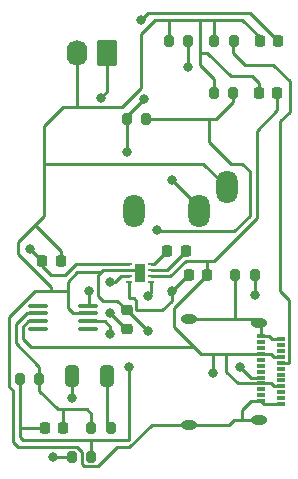
<source format=gbr>
%TF.GenerationSoftware,KiCad,Pcbnew,6.0.11-2627ca5db0~126~ubuntu20.04.1*%
%TF.CreationDate,2023-04-04T23:53:02+02:00*%
%TF.ProjectId,PCB chowndolo,50434220-6368-46f7-976e-646f6c6f2e6b,rev?*%
%TF.SameCoordinates,Original*%
%TF.FileFunction,Copper,L1,Top*%
%TF.FilePolarity,Positive*%
%FSLAX46Y46*%
G04 Gerber Fmt 4.6, Leading zero omitted, Abs format (unit mm)*
G04 Created by KiCad (PCBNEW 6.0.11-2627ca5db0~126~ubuntu20.04.1) date 2023-04-04 23:53:02*
%MOMM*%
%LPD*%
G01*
G04 APERTURE LIST*
G04 Aperture macros list*
%AMRoundRect*
0 Rectangle with rounded corners*
0 $1 Rounding radius*
0 $2 $3 $4 $5 $6 $7 $8 $9 X,Y pos of 4 corners*
0 Add a 4 corners polygon primitive as box body*
4,1,4,$2,$3,$4,$5,$6,$7,$8,$9,$2,$3,0*
0 Add four circle primitives for the rounded corners*
1,1,$1+$1,$2,$3*
1,1,$1+$1,$4,$5*
1,1,$1+$1,$6,$7*
1,1,$1+$1,$8,$9*
0 Add four rect primitives between the rounded corners*
20,1,$1+$1,$2,$3,$4,$5,0*
20,1,$1+$1,$4,$5,$6,$7,0*
20,1,$1+$1,$6,$7,$8,$9,0*
20,1,$1+$1,$8,$9,$2,$3,0*%
G04 Aperture macros list end*
%TA.AperFunction,SMDPad,CuDef*%
%ADD10RoundRect,0.225000X-0.225000X-0.250000X0.225000X-0.250000X0.225000X0.250000X-0.225000X0.250000X0*%
%TD*%
%TA.AperFunction,SMDPad,CuDef*%
%ADD11RoundRect,0.200000X0.200000X0.275000X-0.200000X0.275000X-0.200000X-0.275000X0.200000X-0.275000X0*%
%TD*%
%TA.AperFunction,SMDPad,CuDef*%
%ADD12RoundRect,0.225000X0.225000X0.250000X-0.225000X0.250000X-0.225000X-0.250000X0.225000X-0.250000X0*%
%TD*%
%TA.AperFunction,ComponentPad*%
%ADD13O,1.800000X2.800000*%
%TD*%
%TA.AperFunction,SMDPad,CuDef*%
%ADD14R,0.700000X0.300000*%
%TD*%
%TA.AperFunction,ComponentPad*%
%ADD15O,1.400000X0.800000*%
%TD*%
%TA.AperFunction,SMDPad,CuDef*%
%ADD16R,0.500000X0.250000*%
%TD*%
%TA.AperFunction,SMDPad,CuDef*%
%ADD17R,0.900000X1.600000*%
%TD*%
%TA.AperFunction,SMDPad,CuDef*%
%ADD18RoundRect,0.100000X0.712500X0.100000X-0.712500X0.100000X-0.712500X-0.100000X0.712500X-0.100000X0*%
%TD*%
%TA.AperFunction,ComponentPad*%
%ADD19RoundRect,0.250000X0.620000X0.845000X-0.620000X0.845000X-0.620000X-0.845000X0.620000X-0.845000X0*%
%TD*%
%TA.AperFunction,ComponentPad*%
%ADD20O,1.740000X2.190000*%
%TD*%
%TA.AperFunction,SMDPad,CuDef*%
%ADD21RoundRect,0.250000X0.325000X0.650000X-0.325000X0.650000X-0.325000X-0.650000X0.325000X-0.650000X0*%
%TD*%
%TA.AperFunction,SMDPad,CuDef*%
%ADD22RoundRect,0.225000X0.250000X-0.225000X0.250000X0.225000X-0.250000X0.225000X-0.250000X-0.225000X0*%
%TD*%
%TA.AperFunction,ViaPad*%
%ADD23C,0.800000*%
%TD*%
%TA.AperFunction,Conductor*%
%ADD24C,0.250000*%
%TD*%
G04 APERTURE END LIST*
D10*
%TO.P,C2,1*%
%TO.N,+5V*%
X123250000Y-85400000D03*
%TO.P,C2,2*%
%TO.N,GND*%
X124800000Y-85400000D03*
%TD*%
%TO.P,C3,1*%
%TO.N,Net-(C3-Pad1)*%
X133850000Y-84600000D03*
%TO.P,C3,2*%
%TO.N,Net-(C3-Pad2)*%
X135400000Y-84600000D03*
%TD*%
D11*
%TO.P,R3,1*%
%TO.N,Net-(C5-Pad1)*%
X127400000Y-102000000D03*
%TO.P,R3,2*%
%TO.N,/INPUT0*%
X125750000Y-102000000D03*
%TD*%
D12*
%TO.P,C8,1*%
%TO.N,+5V*%
X137200000Y-86600000D03*
%TO.P,C8,2*%
%TO.N,-5V*%
X135650000Y-86600000D03*
%TD*%
D13*
%TO.P,J3,R*%
%TO.N,N/C*%
X131000000Y-81200000D03*
%TO.P,J3,S*%
%TO.N,GND*%
X138900000Y-79200000D03*
%TO.P,J3,T*%
%TO.N,/OUTPUT0*%
X136500000Y-81200000D03*
%TD*%
D10*
%TO.P,C5,1*%
%TO.N,Net-(C5-Pad1)*%
X123450000Y-99600000D03*
%TO.P,C5,2*%
%TO.N,Net-(C5-Pad2)*%
X125000000Y-99600000D03*
%TD*%
D11*
%TO.P,R1,1*%
%TO.N,Net-(J1-PadA5)*%
X139450000Y-66800000D03*
%TO.P,R1,2*%
%TO.N,GND*%
X137800000Y-66800000D03*
%TD*%
D12*
%TO.P,C6,1*%
%TO.N,-5V*%
X143200000Y-66800000D03*
%TO.P,C6,2*%
%TO.N,GND*%
X141650000Y-66800000D03*
%TD*%
D11*
%TO.P,R7,1*%
%TO.N,Net-(C7-Pad1)*%
X129050000Y-99600000D03*
%TO.P,R7,2*%
%TO.N,Net-(C5-Pad2)*%
X127400000Y-99600000D03*
%TD*%
D14*
%TO.P,J1,A1,GND*%
%TO.N,GND*%
X143500000Y-92050000D03*
%TO.P,J1,A2,TX1+*%
%TO.N,unconnected-(J1-PadA2)*%
X143500000Y-92550000D03*
%TO.P,J1,A3,TX1-*%
%TO.N,unconnected-(J1-PadA3)*%
X143500000Y-93050000D03*
%TO.P,J1,A4,VBUS*%
%TO.N,+5V*%
X143500000Y-93550000D03*
%TO.P,J1,A5,CC1*%
%TO.N,Net-(J1-PadA5)*%
X143500000Y-94050000D03*
%TO.P,J1,A6,D+*%
%TO.N,unconnected-(J1-PadA6)*%
X143500000Y-94550000D03*
%TO.P,J1,A7,D-*%
%TO.N,unconnected-(J1-PadA7)*%
X143500000Y-95050000D03*
%TO.P,J1,A8,SBU1*%
%TO.N,unconnected-(J1-PadA8)*%
X143500000Y-95550000D03*
%TO.P,J1,A9,VBUS*%
%TO.N,+5V*%
X143500000Y-96050000D03*
%TO.P,J1,A10,RX2-*%
%TO.N,unconnected-(J1-PadA10)*%
X143500000Y-96550000D03*
%TO.P,J1,A11,RX2+*%
%TO.N,unconnected-(J1-PadA11)*%
X143500000Y-97050000D03*
%TO.P,J1,A12,GND*%
%TO.N,GND*%
X143500000Y-97550000D03*
%TO.P,J1,B1,GND*%
X141800000Y-97300000D03*
%TO.P,J1,B2,TX2+*%
%TO.N,unconnected-(J1-PadB2)*%
X141800000Y-96800000D03*
%TO.P,J1,B3,TX2-*%
%TO.N,unconnected-(J1-PadB3)*%
X141800000Y-96300000D03*
%TO.P,J1,B4,VBUS*%
%TO.N,+5V*%
X141800000Y-95800000D03*
%TO.P,J1,B5,CC2*%
%TO.N,Net-(J1-PadB5)*%
X141800000Y-95300000D03*
%TO.P,J1,B6,D+*%
%TO.N,unconnected-(J1-PadB6)*%
X141800000Y-94800000D03*
%TO.P,J1,B7,D-*%
%TO.N,unconnected-(J1-PadB7)*%
X141800000Y-94300000D03*
%TO.P,J1,B8,SBU2*%
%TO.N,unconnected-(J1-PadB8)*%
X141800000Y-93800000D03*
%TO.P,J1,B9,VBUS*%
%TO.N,+5V*%
X141800000Y-93300000D03*
%TO.P,J1,B10,RX1-*%
%TO.N,unconnected-(J1-PadB10)*%
X141800000Y-92800000D03*
%TO.P,J1,B11,RX1+*%
%TO.N,unconnected-(J1-PadB11)*%
X141800000Y-92300000D03*
%TO.P,J1,B12,GND*%
%TO.N,GND*%
X141800000Y-91800000D03*
D15*
%TO.P,J1,S1,SHIELD*%
X141590000Y-90670000D03*
X141590000Y-98930000D03*
X135640000Y-99290000D03*
X135640000Y-90310000D03*
%TD*%
D11*
%TO.P,R8,1*%
%TO.N,/OUTPUT0*%
X135600000Y-66800000D03*
%TO.P,R8,2*%
%TO.N,GND*%
X133950000Y-66800000D03*
%TD*%
D16*
%TO.P,U1,1,VIN*%
%TO.N,+5V*%
X130600000Y-85700000D03*
%TO.P,U1,2,GND*%
%TO.N,GND*%
X130600000Y-86200000D03*
%TO.P,U1,3,CPOUT*%
%TO.N,Net-(C4-Pad1)*%
X130600000Y-86700000D03*
%TO.P,U1,4,VOUT*%
%TO.N,-5V*%
X130600000Y-87200000D03*
%TO.P,U1,5,VFB*%
%TO.N,Net-(R5-Pad1)*%
X132500000Y-87200000D03*
%TO.P,U1,6,EN*%
%TO.N,+5V*%
X132500000Y-86700000D03*
%TO.P,U1,7,C-*%
%TO.N,Net-(C3-Pad2)*%
X132500000Y-86200000D03*
%TO.P,U1,8,C+*%
%TO.N,Net-(C3-Pad1)*%
X132500000Y-85700000D03*
D17*
%TO.P,U1,9,PAD*%
%TO.N,GND*%
X131550000Y-86450000D03*
%TD*%
D18*
%TO.P,U2,1,NC*%
%TO.N,unconnected-(U2-Pad1)*%
X127112500Y-91175000D03*
%TO.P,U2,2,-*%
%TO.N,Net-(C5-Pad1)*%
X127112500Y-90525000D03*
%TO.P,U2,3,+*%
%TO.N,GND*%
X127112500Y-89875000D03*
%TO.P,U2,4,V-*%
%TO.N,-5V*%
X127112500Y-89225000D03*
%TO.P,U2,5,NC*%
%TO.N,unconnected-(U2-Pad5)*%
X122887500Y-89225000D03*
%TO.P,U2,6*%
%TO.N,Net-(C5-Pad2)*%
X122887500Y-89875000D03*
%TO.P,U2,7,V+*%
%TO.N,+5V*%
X122887500Y-90525000D03*
%TO.P,U2,8,NC*%
%TO.N,unconnected-(U2-Pad8)*%
X122887500Y-91175000D03*
%TD*%
D12*
%TO.P,C1,1*%
%TO.N,+5V*%
X143150000Y-71200000D03*
%TO.P,C1,2*%
%TO.N,GND*%
X141600000Y-71200000D03*
%TD*%
D11*
%TO.P,R6,1*%
%TO.N,Net-(R5-Pad1)*%
X132050000Y-73400000D03*
%TO.P,R6,2*%
%TO.N,-5V*%
X130400000Y-73400000D03*
%TD*%
%TO.P,R5,1*%
%TO.N,Net-(R5-Pad1)*%
X139425000Y-71200000D03*
%TO.P,R5,2*%
%TO.N,GND*%
X137775000Y-71200000D03*
%TD*%
D19*
%TO.P,J2,1,Pin_1*%
%TO.N,/INPUT0*%
X128740000Y-67800000D03*
D20*
%TO.P,J2,2,Pin_2*%
%TO.N,GND*%
X126200000Y-67800000D03*
%TD*%
D11*
%TO.P,R4,1*%
%TO.N,Net-(C5-Pad2)*%
X123000000Y-95400000D03*
%TO.P,R4,2*%
%TO.N,Net-(C5-Pad1)*%
X121350000Y-95400000D03*
%TD*%
D21*
%TO.P,C7,1*%
%TO.N,Net-(C7-Pad1)*%
X128750000Y-95200000D03*
%TO.P,C7,2*%
%TO.N,/OUTPUT0*%
X125800000Y-95200000D03*
%TD*%
D22*
%TO.P,C4,1*%
%TO.N,Net-(C4-Pad1)*%
X130400000Y-91150000D03*
%TO.P,C4,2*%
%TO.N,GND*%
X130400000Y-89600000D03*
%TD*%
D11*
%TO.P,R2,1*%
%TO.N,Net-(J1-PadB5)*%
X141250000Y-86600000D03*
%TO.P,R2,2*%
%TO.N,GND*%
X139600000Y-86600000D03*
%TD*%
D23*
%TO.N,+5V*%
X122200000Y-84400000D03*
X137700000Y-94900000D03*
%TO.N,GND*%
X132200000Y-91400000D03*
%TO.N,Net-(C4-Pad1)*%
X129000000Y-87200000D03*
X129000000Y-89800000D03*
%TO.N,Net-(C5-Pad1)*%
X129000000Y-91600000D03*
X130600000Y-94400000D03*
%TO.N,-5V*%
X131600000Y-65000000D03*
X131900000Y-71700000D03*
X134200000Y-88000000D03*
X127200000Y-88000000D03*
X130400000Y-76200000D03*
%TO.N,/OUTPUT0*%
X134200000Y-78600000D03*
X135600000Y-69000000D03*
X125800000Y-97000000D03*
%TO.N,Net-(J1-PadB5)*%
X140000000Y-94400000D03*
X141250000Y-88350000D03*
%TO.N,/INPUT0*%
X128200000Y-71600000D03*
X124200000Y-102000000D03*
%TO.N,Net-(R5-Pad1)*%
X133000000Y-82800000D03*
X132200000Y-88400000D03*
%TD*%
D24*
%TO.N,+5V*%
X142600000Y-93300000D02*
X142850000Y-93550000D01*
X134400000Y-91000000D02*
X136100000Y-92700000D01*
X138800000Y-94800000D02*
X138800000Y-93400000D01*
X141800000Y-93300000D02*
X142600000Y-93300000D01*
X139800000Y-95800000D02*
X138800000Y-94800000D01*
X121600000Y-91000000D02*
X121600000Y-92000000D01*
X121600000Y-92000000D02*
X122300000Y-92700000D01*
X122887500Y-90525000D02*
X122075000Y-90525000D01*
X122075000Y-90525000D02*
X121600000Y-91000000D01*
X141800000Y-95800000D02*
X139800000Y-95800000D01*
X137800000Y-85400000D02*
X137200000Y-85400000D01*
X143150000Y-72650000D02*
X141400000Y-74400000D01*
X130600000Y-85700000D02*
X126100000Y-85700000D01*
X141800000Y-95800000D02*
X142600000Y-95800000D01*
X134100000Y-86700000D02*
X135400000Y-85400000D01*
X142850000Y-96050000D02*
X143500000Y-96050000D01*
X136100000Y-92700000D02*
X136700000Y-93300000D01*
X123200000Y-85400000D02*
X122200000Y-84400000D01*
X142850000Y-93550000D02*
X143500000Y-93550000D01*
X134400000Y-89400000D02*
X137200000Y-86600000D01*
X123250000Y-85400000D02*
X123200000Y-85400000D01*
X142600000Y-95800000D02*
X142850000Y-96050000D01*
X132500000Y-86700000D02*
X134100000Y-86700000D01*
X137700000Y-93300000D02*
X138900000Y-93300000D01*
X137200000Y-85400000D02*
X137200000Y-86600000D01*
X125200000Y-86600000D02*
X124000000Y-86600000D01*
X141400000Y-81800000D02*
X137800000Y-85400000D01*
X126100000Y-85700000D02*
X125200000Y-86600000D01*
X140300000Y-93300000D02*
X141800000Y-93300000D01*
X136100000Y-92700000D02*
X122300000Y-92700000D01*
X136700000Y-93300000D02*
X137700000Y-93300000D01*
X124000000Y-86600000D02*
X123250000Y-85850000D01*
X143150000Y-71200000D02*
X143150000Y-72650000D01*
X123250000Y-85850000D02*
X123250000Y-85400000D01*
X137700000Y-94900000D02*
X137700000Y-93300000D01*
X134400000Y-89400000D02*
X134400000Y-91000000D01*
X135400000Y-85400000D02*
X137200000Y-85400000D01*
X138800000Y-93400000D02*
X138900000Y-93300000D01*
X141400000Y-74400000D02*
X141400000Y-81800000D01*
X138900000Y-93300000D02*
X140300000Y-93300000D01*
%TO.N,GND*%
X122600000Y-82400000D02*
X121200000Y-83800000D01*
X126200000Y-67800000D02*
X126200000Y-72400000D01*
X123400000Y-81600000D02*
X122600000Y-82400000D01*
X141590000Y-98930000D02*
X140130000Y-98930000D01*
X136600000Y-67800000D02*
X136600000Y-68800000D01*
X143500000Y-97550000D02*
X142050000Y-97550000D01*
X138900000Y-79200000D02*
X136900000Y-77200000D01*
X140900000Y-97300000D02*
X140130000Y-98070000D01*
X142700049Y-92050000D02*
X143500000Y-92050000D01*
X136600000Y-65000000D02*
X134000000Y-65000000D01*
X126800000Y-102800000D02*
X128000000Y-102800000D01*
X139490000Y-90310000D02*
X141230000Y-90310000D01*
X140130000Y-98070000D02*
X140130000Y-98930000D01*
X141650000Y-66800000D02*
X141650000Y-66450000D01*
X121200000Y-84800000D02*
X124000000Y-87600000D01*
X125875000Y-89875000D02*
X127112500Y-89875000D01*
X122600000Y-88000000D02*
X120400000Y-90200000D01*
X140200000Y-65000000D02*
X137800000Y-65000000D01*
X130000000Y-72400000D02*
X126200000Y-72400000D01*
X137800000Y-70000000D02*
X137800000Y-71175000D01*
X124800000Y-84600000D02*
X122600000Y-82400000D01*
X131300000Y-86200000D02*
X131550000Y-86450000D01*
X132800000Y-65000000D02*
X131600000Y-66200000D01*
X141800000Y-97300000D02*
X140900000Y-97300000D01*
X137800000Y-66800000D02*
X137800000Y-65000000D01*
X137800000Y-71175000D02*
X137775000Y-71200000D01*
X131600000Y-66200000D02*
X131600000Y-70800000D01*
X131600000Y-70800000D02*
X130000000Y-72400000D01*
X137800000Y-65000000D02*
X136600000Y-65000000D01*
X124800000Y-85400000D02*
X124800000Y-84600000D01*
X136600000Y-68800000D02*
X137800000Y-70000000D01*
X137200000Y-67800000D02*
X139200000Y-69800000D01*
X124000000Y-87600000D02*
X124000000Y-88000000D01*
X126200000Y-86400000D02*
X128200000Y-86400000D01*
X134000000Y-65000000D02*
X132800000Y-65000000D01*
X123400000Y-77200000D02*
X123400000Y-81600000D01*
X128000000Y-102800000D02*
X129600000Y-101200000D01*
X139600000Y-86600000D02*
X139600000Y-90200000D01*
X120800000Y-100800000D02*
X121200000Y-101200000D01*
X139090000Y-99290000D02*
X139100000Y-99300000D01*
X128424695Y-88800000D02*
X129600000Y-88800000D01*
X125400000Y-88000000D02*
X125400000Y-89400000D01*
X141650000Y-66450000D02*
X140200000Y-65000000D01*
X129600000Y-88800000D02*
X130400000Y-89600000D01*
X133950000Y-66800000D02*
X133950000Y-65050000D01*
X128400000Y-86200000D02*
X128200000Y-86400000D01*
X135640000Y-99290000D02*
X139090000Y-99290000D01*
X139200000Y-69800000D02*
X141000000Y-69800000D01*
X136900000Y-77200000D02*
X123400000Y-77200000D01*
X141800000Y-91800000D02*
X142450049Y-91800000D01*
X126600000Y-101600000D02*
X126600000Y-102600000D01*
X126200000Y-72400000D02*
X125000000Y-72400000D01*
X139470000Y-98930000D02*
X139100000Y-99300000D01*
X123400000Y-74000000D02*
X123400000Y-77200000D01*
X141800000Y-90880000D02*
X141590000Y-90670000D01*
X133950000Y-65050000D02*
X134000000Y-65000000D01*
X120400000Y-96000000D02*
X120800000Y-96400000D01*
X140130000Y-98930000D02*
X139470000Y-98930000D01*
X126200000Y-101200000D02*
X126600000Y-101600000D01*
X141800000Y-91800000D02*
X141800000Y-90880000D01*
X135640000Y-90310000D02*
X139490000Y-90310000D01*
X124000000Y-88000000D02*
X122600000Y-88000000D01*
X125400000Y-87200000D02*
X126200000Y-86400000D01*
X125000000Y-72400000D02*
X123400000Y-74000000D01*
X126600000Y-102600000D02*
X126800000Y-102800000D01*
X132546396Y-99290000D02*
X135640000Y-99290000D01*
X141600000Y-70400000D02*
X141600000Y-71200000D01*
X130636396Y-101200000D02*
X132546396Y-99290000D01*
X141230000Y-90310000D02*
X141590000Y-90670000D01*
X120800000Y-96400000D02*
X120800000Y-100800000D01*
X130400000Y-89600000D02*
X132200000Y-91400000D01*
X130600000Y-86200000D02*
X128400000Y-86200000D01*
X124000000Y-88000000D02*
X125400000Y-88000000D01*
X139600000Y-90200000D02*
X139490000Y-90310000D01*
X125400000Y-87200000D02*
X125400000Y-88000000D01*
X129600000Y-101200000D02*
X130636396Y-101200000D01*
X136600000Y-67800000D02*
X137200000Y-67800000D01*
X128000000Y-88375305D02*
X128424695Y-88800000D01*
X121200000Y-101200000D02*
X126200000Y-101200000D01*
X121200000Y-83800000D02*
X121200000Y-84800000D01*
X125400000Y-89400000D02*
X125875000Y-89875000D01*
X141000000Y-69800000D02*
X141600000Y-70400000D01*
X136600000Y-65000000D02*
X136600000Y-67800000D01*
X128200000Y-86400000D02*
X128000000Y-86600000D01*
X128000000Y-86600000D02*
X128000000Y-88375305D01*
X142450049Y-91800000D02*
X142700049Y-92050000D01*
X120400000Y-90200000D02*
X120400000Y-96000000D01*
X130600000Y-86200000D02*
X131300000Y-86200000D01*
X142050000Y-97550000D02*
X141800000Y-97300000D01*
%TO.N,Net-(C3-Pad1)*%
X132750000Y-85700000D02*
X133850000Y-84600000D01*
X132500000Y-85700000D02*
X132750000Y-85700000D01*
%TO.N,Net-(C3-Pad2)*%
X132500000Y-86200000D02*
X133800000Y-86200000D01*
X133800000Y-86200000D02*
X135400000Y-84600000D01*
%TO.N,Net-(C4-Pad1)*%
X130400000Y-91150000D02*
X130350000Y-91150000D01*
X129900000Y-86700000D02*
X130600000Y-86700000D01*
X130350000Y-91150000D02*
X129000000Y-89800000D01*
X129000000Y-87200000D02*
X129400000Y-87200000D01*
X129400000Y-87200000D02*
X129900000Y-86700000D01*
%TO.N,Net-(C5-Pad1)*%
X130600000Y-94400000D02*
X130600000Y-100600000D01*
X129000000Y-91000000D02*
X129000000Y-91600000D01*
X128525000Y-90525000D02*
X129000000Y-91000000D01*
X121350000Y-99550000D02*
X121350000Y-100350000D01*
X127112500Y-90525000D02*
X128525000Y-90525000D01*
X127400000Y-100600000D02*
X130600000Y-100600000D01*
X121400000Y-99600000D02*
X121350000Y-99550000D01*
X121350000Y-95400000D02*
X121350000Y-99550000D01*
X123450000Y-99600000D02*
X121400000Y-99600000D01*
X121600000Y-100600000D02*
X127400000Y-100600000D01*
X127400000Y-102000000D02*
X127400000Y-100600000D01*
X121350000Y-100350000D02*
X121600000Y-100600000D01*
%TO.N,Net-(C5-Pad2)*%
X121000000Y-92400000D02*
X123000000Y-94400000D01*
X127400000Y-98400000D02*
X127400000Y-99600000D01*
X122887500Y-89875000D02*
X121925000Y-89875000D01*
X121925000Y-89875000D02*
X121000000Y-90800000D01*
X124600000Y-98000000D02*
X125000000Y-98000000D01*
X125000000Y-99600000D02*
X125000000Y-98000000D01*
X123000000Y-96400000D02*
X124600000Y-98000000D01*
X125000000Y-98000000D02*
X127000000Y-98000000D01*
X127000000Y-98000000D02*
X127400000Y-98400000D01*
X121000000Y-90800000D02*
X121000000Y-92400000D01*
X123000000Y-94400000D02*
X123000000Y-95400000D01*
X123000000Y-95400000D02*
X123000000Y-96400000D01*
%TO.N,-5V*%
X130600000Y-87200000D02*
X130600000Y-88600000D01*
X127200000Y-88000000D02*
X127200000Y-89137500D01*
X127200000Y-89137500D02*
X127112500Y-89225000D01*
X132200000Y-64400000D02*
X131600000Y-65000000D01*
X143200000Y-66800000D02*
X140800000Y-64400000D01*
X131200000Y-88800000D02*
X131200000Y-89600000D01*
X130400000Y-73400000D02*
X130400000Y-73200000D01*
X134000000Y-88200000D02*
X134200000Y-88000000D01*
X131200000Y-89600000D02*
X133400000Y-89600000D01*
X134200000Y-88800000D02*
X134200000Y-88000000D01*
X135650000Y-86600000D02*
X135600000Y-86600000D01*
X133400000Y-89600000D02*
X134200000Y-88800000D01*
X130400000Y-73400000D02*
X130400000Y-76200000D01*
X135600000Y-86600000D02*
X134200000Y-88000000D01*
X140800000Y-64400000D02*
X132200000Y-64400000D01*
X130400000Y-73200000D02*
X131900000Y-71700000D01*
X131000000Y-88600000D02*
X131200000Y-88800000D01*
X130600000Y-88600000D02*
X131000000Y-88600000D01*
%TO.N,Net-(C7-Pad1)*%
X128750000Y-99300000D02*
X129050000Y-99600000D01*
X128750000Y-95200000D02*
X128750000Y-99300000D01*
%TO.N,/OUTPUT0*%
X125800000Y-95200000D02*
X125800000Y-97000000D01*
X136500000Y-81200000D02*
X136500000Y-80900000D01*
X135600000Y-66800000D02*
X135600000Y-69000000D01*
X136500000Y-80900000D02*
X134200000Y-78600000D01*
%TO.N,Net-(J1-PadA5)*%
X139400000Y-66850000D02*
X139450000Y-66800000D01*
X143400000Y-73600000D02*
X144200000Y-72800000D01*
X144200000Y-70200000D02*
X142800000Y-68800000D01*
X140400000Y-68800000D02*
X139400000Y-67800000D01*
X144175000Y-94025000D02*
X144175000Y-88775000D01*
X143400000Y-88000000D02*
X143400000Y-73600000D01*
X142800000Y-68800000D02*
X140400000Y-68800000D01*
X144175000Y-88775000D02*
X143400000Y-88000000D01*
X143500000Y-94050000D02*
X144150000Y-94050000D01*
X144150000Y-94050000D02*
X144175000Y-94025000D01*
X139400000Y-67800000D02*
X139400000Y-66850000D01*
X144200000Y-72800000D02*
X144200000Y-70200000D01*
%TO.N,Net-(J1-PadB5)*%
X141250000Y-88350000D02*
X141200000Y-88400000D01*
X140925000Y-95325000D02*
X141400000Y-95325000D01*
X141250000Y-86600000D02*
X141250000Y-88350000D01*
X140000000Y-94400000D02*
X140925000Y-95325000D01*
%TO.N,/INPUT0*%
X125750000Y-102000000D02*
X124200000Y-102000000D01*
X128740000Y-71060000D02*
X128200000Y-71600000D01*
X128740000Y-67800000D02*
X128740000Y-71060000D01*
%TO.N,Net-(R5-Pad1)*%
X137400000Y-75400000D02*
X139200000Y-77200000D01*
X132050000Y-73400000D02*
X137400000Y-73400000D01*
X132500000Y-88100000D02*
X132200000Y-88400000D01*
X137400000Y-73400000D02*
X138000000Y-73400000D01*
X139425000Y-71975000D02*
X139425000Y-71200000D01*
X139475000Y-82925000D02*
X133125000Y-82925000D01*
X140800000Y-81600000D02*
X139475000Y-82925000D01*
X133125000Y-82925000D02*
X133000000Y-82800000D01*
X140200000Y-77200000D02*
X140800000Y-77800000D01*
X140800000Y-77800000D02*
X140800000Y-81600000D01*
X132500000Y-87200000D02*
X132500000Y-88100000D01*
X138000000Y-73400000D02*
X139425000Y-71975000D01*
X139200000Y-77200000D02*
X140200000Y-77200000D01*
X137400000Y-73400000D02*
X137400000Y-75400000D01*
%TD*%
M02*

</source>
